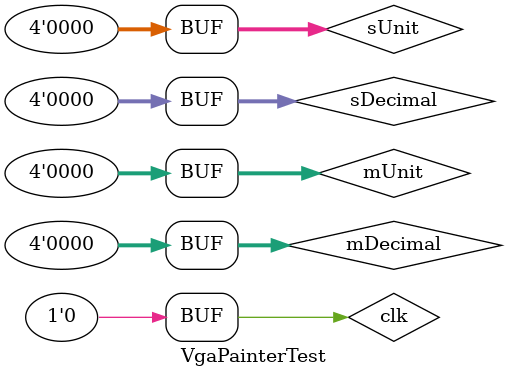
<source format=v>
`timescale 1ns / 1ps


module VgaPainterTest;

	// Inputs
	reg [3:0] mDecimal;
	reg [3:0] mUnit;
	reg [3:0] sUnit;
	reg [3:0] sDecimal;
	reg clk;

	// Outputs
	wire hsync;
	wire vsync;
	wire [2:0] rgb;

	// Instantiate the Unit Under Test (UUT)
	VgaPainter uut (
		.mDecimal(mDecimal), 
		.mUnit(mUnit), 
		.sUnit(sUnit), 
		.sDecimal(sDecimal), 
		.clk(clk), 
		.hsync(hsync), 
		.vsync(vsync), 
		.rgb(rgb)
	);

	initial begin
		// Initialize Inputs
		mDecimal = 0;
		mUnit = 0;
		sUnit = 0;
		sDecimal = 0;
		clk = 0;

		// Wait 100 ns for global reset to finish
		#100;
        
		// Add stimulus here

	end
      
endmodule


</source>
